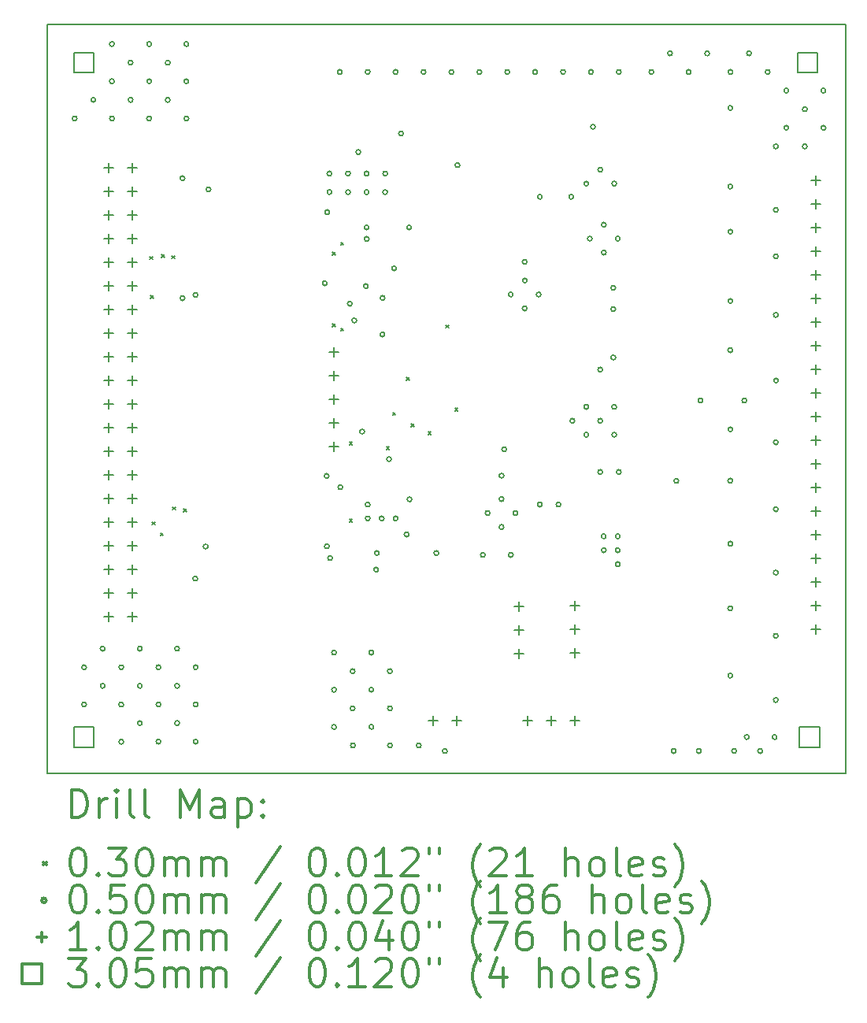
<source format=gbr>
%FSLAX45Y45*%
G04 Gerber Fmt 4.5, Leading zero omitted, Abs format (unit mm)*
G04 Created by KiCad (PCBNEW 4.0.2-stable) date 30/10/2016 11:04:42*
%MOMM*%
G01*
G04 APERTURE LIST*
%ADD10C,0.127000*%
%ADD11C,0.150000*%
%ADD12C,0.200000*%
%ADD13C,0.300000*%
G04 APERTURE END LIST*
D10*
D11*
X-398500Y7658000D02*
X8188000Y7658000D01*
X-398500Y7658000D02*
X-398500Y-392000D01*
X8187500Y-392000D02*
X8187500Y7658000D01*
X-399000Y-392000D02*
X8187500Y-392000D01*
D12*
X705000Y5165000D02*
X735000Y5135000D01*
X735000Y5165000D02*
X705000Y5135000D01*
X715000Y4745000D02*
X745000Y4715000D01*
X745000Y4745000D02*
X715000Y4715000D01*
X733000Y2313000D02*
X763000Y2283000D01*
X763000Y2313000D02*
X733000Y2283000D01*
X823000Y2193000D02*
X853000Y2163000D01*
X853000Y2193000D02*
X823000Y2163000D01*
X835000Y5187000D02*
X865000Y5157000D01*
X865000Y5187000D02*
X835000Y5157000D01*
X946000Y5176000D02*
X976000Y5146000D01*
X976000Y5176000D02*
X946000Y5146000D01*
X953000Y2473000D02*
X983000Y2443000D01*
X983000Y2473000D02*
X953000Y2443000D01*
X1073000Y2453000D02*
X1103000Y2423000D01*
X1103000Y2453000D02*
X1073000Y2423000D01*
X2673000Y5213000D02*
X2703000Y5183000D01*
X2703000Y5213000D02*
X2673000Y5183000D01*
X2673000Y4443000D02*
X2703000Y4413000D01*
X2703000Y4443000D02*
X2673000Y4413000D01*
X2761000Y5317000D02*
X2791000Y5287000D01*
X2791000Y5317000D02*
X2761000Y5287000D01*
X2762000Y4396000D02*
X2792000Y4366000D01*
X2792000Y4396000D02*
X2762000Y4366000D01*
X2853000Y3170000D02*
X2883000Y3140000D01*
X2883000Y3170000D02*
X2853000Y3140000D01*
X2853000Y2343000D02*
X2883000Y2313000D01*
X2883000Y2343000D02*
X2853000Y2313000D01*
X3253000Y3123000D02*
X3283000Y3093000D01*
X3283000Y3123000D02*
X3253000Y3093000D01*
X3319000Y3491000D02*
X3349000Y3461000D01*
X3349000Y3491000D02*
X3319000Y3461000D01*
X3465000Y3865000D02*
X3495000Y3835000D01*
X3495000Y3865000D02*
X3465000Y3835000D01*
X3517000Y3366000D02*
X3547000Y3336000D01*
X3547000Y3366000D02*
X3517000Y3336000D01*
X3701000Y3283000D02*
X3731000Y3253000D01*
X3731000Y3283000D02*
X3701000Y3253000D01*
X3890000Y4430000D02*
X3920000Y4400000D01*
X3920000Y4430000D02*
X3890000Y4400000D01*
X3989000Y3536000D02*
X4019000Y3506000D01*
X4019000Y3536000D02*
X3989000Y3506000D01*
X-75000Y6650000D02*
G75*
G03X-75000Y6650000I-25000J0D01*
G01*
X25000Y750000D02*
G75*
G03X25000Y750000I-25000J0D01*
G01*
X25000Y350000D02*
G75*
G03X25000Y350000I-25000J0D01*
G01*
X125000Y6850000D02*
G75*
G03X125000Y6850000I-25000J0D01*
G01*
X225000Y950000D02*
G75*
G03X225000Y950000I-25000J0D01*
G01*
X225000Y550000D02*
G75*
G03X225000Y550000I-25000J0D01*
G01*
X325000Y7450000D02*
G75*
G03X325000Y7450000I-25000J0D01*
G01*
X325000Y7050000D02*
G75*
G03X325000Y7050000I-25000J0D01*
G01*
X325000Y6650000D02*
G75*
G03X325000Y6650000I-25000J0D01*
G01*
X425000Y750000D02*
G75*
G03X425000Y750000I-25000J0D01*
G01*
X425000Y350000D02*
G75*
G03X425000Y350000I-25000J0D01*
G01*
X425000Y-50000D02*
G75*
G03X425000Y-50000I-25000J0D01*
G01*
X525000Y7250000D02*
G75*
G03X525000Y7250000I-25000J0D01*
G01*
X525000Y6850000D02*
G75*
G03X525000Y6850000I-25000J0D01*
G01*
X625000Y950000D02*
G75*
G03X625000Y950000I-25000J0D01*
G01*
X625000Y550000D02*
G75*
G03X625000Y550000I-25000J0D01*
G01*
X625000Y150000D02*
G75*
G03X625000Y150000I-25000J0D01*
G01*
X725000Y7450000D02*
G75*
G03X725000Y7450000I-25000J0D01*
G01*
X725000Y7050000D02*
G75*
G03X725000Y7050000I-25000J0D01*
G01*
X725000Y6650000D02*
G75*
G03X725000Y6650000I-25000J0D01*
G01*
X825000Y750000D02*
G75*
G03X825000Y750000I-25000J0D01*
G01*
X825000Y350000D02*
G75*
G03X825000Y350000I-25000J0D01*
G01*
X825000Y-50000D02*
G75*
G03X825000Y-50000I-25000J0D01*
G01*
X925000Y7250000D02*
G75*
G03X925000Y7250000I-25000J0D01*
G01*
X925000Y6850000D02*
G75*
G03X925000Y6850000I-25000J0D01*
G01*
X1025000Y950000D02*
G75*
G03X1025000Y950000I-25000J0D01*
G01*
X1025000Y550000D02*
G75*
G03X1025000Y550000I-25000J0D01*
G01*
X1025000Y150000D02*
G75*
G03X1025000Y150000I-25000J0D01*
G01*
X1083000Y6008000D02*
G75*
G03X1083000Y6008000I-25000J0D01*
G01*
X1083000Y4718000D02*
G75*
G03X1083000Y4718000I-25000J0D01*
G01*
X1125000Y7450000D02*
G75*
G03X1125000Y7450000I-25000J0D01*
G01*
X1125000Y7050000D02*
G75*
G03X1125000Y7050000I-25000J0D01*
G01*
X1125000Y6650000D02*
G75*
G03X1125000Y6650000I-25000J0D01*
G01*
X1221000Y1704000D02*
G75*
G03X1221000Y1704000I-25000J0D01*
G01*
X1223000Y4753000D02*
G75*
G03X1223000Y4753000I-25000J0D01*
G01*
X1225000Y750000D02*
G75*
G03X1225000Y750000I-25000J0D01*
G01*
X1225000Y350000D02*
G75*
G03X1225000Y350000I-25000J0D01*
G01*
X1225000Y-50000D02*
G75*
G03X1225000Y-50000I-25000J0D01*
G01*
X1333000Y2048000D02*
G75*
G03X1333000Y2048000I-25000J0D01*
G01*
X1363000Y5888000D02*
G75*
G03X1363000Y5888000I-25000J0D01*
G01*
X2613000Y4878000D02*
G75*
G03X2613000Y4878000I-25000J0D01*
G01*
X2633000Y2808000D02*
G75*
G03X2633000Y2808000I-25000J0D01*
G01*
X2635500Y2050500D02*
G75*
G03X2635500Y2050500I-25000J0D01*
G01*
X2639500Y5642500D02*
G75*
G03X2639500Y5642500I-25000J0D01*
G01*
X2663000Y6058000D02*
G75*
G03X2663000Y6058000I-25000J0D01*
G01*
X2663000Y5858000D02*
G75*
G03X2663000Y5858000I-25000J0D01*
G01*
X2670000Y1924000D02*
G75*
G03X2670000Y1924000I-25000J0D01*
G01*
X2713000Y908000D02*
G75*
G03X2713000Y908000I-25000J0D01*
G01*
X2713000Y508000D02*
G75*
G03X2713000Y508000I-25000J0D01*
G01*
X2713000Y108000D02*
G75*
G03X2713000Y108000I-25000J0D01*
G01*
X2775000Y7150000D02*
G75*
G03X2775000Y7150000I-25000J0D01*
G01*
X2780000Y2686000D02*
G75*
G03X2780000Y2686000I-25000J0D01*
G01*
X2863000Y6058000D02*
G75*
G03X2863000Y6058000I-25000J0D01*
G01*
X2863000Y5858000D02*
G75*
G03X2863000Y5858000I-25000J0D01*
G01*
X2883000Y4658000D02*
G75*
G03X2883000Y4658000I-25000J0D01*
G01*
X2913000Y708000D02*
G75*
G03X2913000Y708000I-25000J0D01*
G01*
X2913000Y308000D02*
G75*
G03X2913000Y308000I-25000J0D01*
G01*
X2915000Y-90000D02*
G75*
G03X2915000Y-90000I-25000J0D01*
G01*
X2930000Y4479000D02*
G75*
G03X2930000Y4479000I-25000J0D01*
G01*
X2973000Y6288000D02*
G75*
G03X2973000Y6288000I-25000J0D01*
G01*
X3014000Y3284000D02*
G75*
G03X3014000Y3284000I-25000J0D01*
G01*
X3055000Y4848000D02*
G75*
G03X3055000Y4848000I-25000J0D01*
G01*
X3063000Y6058000D02*
G75*
G03X3063000Y6058000I-25000J0D01*
G01*
X3063000Y5858000D02*
G75*
G03X3063000Y5858000I-25000J0D01*
G01*
X3063000Y5478000D02*
G75*
G03X3063000Y5478000I-25000J0D01*
G01*
X3064000Y5355000D02*
G75*
G03X3064000Y5355000I-25000J0D01*
G01*
X3075000Y7150000D02*
G75*
G03X3075000Y7150000I-25000J0D01*
G01*
X3075000Y2500000D02*
G75*
G03X3075000Y2500000I-25000J0D01*
G01*
X3075000Y2350000D02*
G75*
G03X3075000Y2350000I-25000J0D01*
G01*
X3113000Y908000D02*
G75*
G03X3113000Y908000I-25000J0D01*
G01*
X3113000Y508000D02*
G75*
G03X3113000Y508000I-25000J0D01*
G01*
X3115000Y110000D02*
G75*
G03X3115000Y110000I-25000J0D01*
G01*
X3165000Y1800000D02*
G75*
G03X3165000Y1800000I-25000J0D01*
G01*
X3173000Y1978000D02*
G75*
G03X3173000Y1978000I-25000J0D01*
G01*
X3225000Y2350000D02*
G75*
G03X3225000Y2350000I-25000J0D01*
G01*
X3233000Y4328000D02*
G75*
G03X3233000Y4328000I-25000J0D01*
G01*
X3235000Y4721000D02*
G75*
G03X3235000Y4721000I-25000J0D01*
G01*
X3263000Y6058000D02*
G75*
G03X3263000Y6058000I-25000J0D01*
G01*
X3263000Y5858000D02*
G75*
G03X3263000Y5858000I-25000J0D01*
G01*
X3303000Y2988000D02*
G75*
G03X3303000Y2988000I-25000J0D01*
G01*
X3313000Y708000D02*
G75*
G03X3313000Y708000I-25000J0D01*
G01*
X3313000Y308000D02*
G75*
G03X3313000Y308000I-25000J0D01*
G01*
X3315000Y-90000D02*
G75*
G03X3315000Y-90000I-25000J0D01*
G01*
X3358000Y5038000D02*
G75*
G03X3358000Y5038000I-25000J0D01*
G01*
X3375000Y7150000D02*
G75*
G03X3375000Y7150000I-25000J0D01*
G01*
X3375000Y2350000D02*
G75*
G03X3375000Y2350000I-25000J0D01*
G01*
X3433000Y6489000D02*
G75*
G03X3433000Y6489000I-25000J0D01*
G01*
X3493000Y2178000D02*
G75*
G03X3493000Y2178000I-25000J0D01*
G01*
X3520000Y5478000D02*
G75*
G03X3520000Y5478000I-25000J0D01*
G01*
X3524000Y2555000D02*
G75*
G03X3524000Y2555000I-25000J0D01*
G01*
X3625000Y-90000D02*
G75*
G03X3625000Y-90000I-25000J0D01*
G01*
X3675000Y7150000D02*
G75*
G03X3675000Y7150000I-25000J0D01*
G01*
X3813000Y1978000D02*
G75*
G03X3813000Y1978000I-25000J0D01*
G01*
X3905000Y-150000D02*
G75*
G03X3905000Y-150000I-25000J0D01*
G01*
X3975000Y7150000D02*
G75*
G03X3975000Y7150000I-25000J0D01*
G01*
X4040000Y6149000D02*
G75*
G03X4040000Y6149000I-25000J0D01*
G01*
X4275000Y7150000D02*
G75*
G03X4275000Y7150000I-25000J0D01*
G01*
X4313000Y1958000D02*
G75*
G03X4313000Y1958000I-25000J0D01*
G01*
X4363000Y2408000D02*
G75*
G03X4363000Y2408000I-25000J0D01*
G01*
X4513000Y2810000D02*
G75*
G03X4513000Y2810000I-25000J0D01*
G01*
X4513000Y2558000D02*
G75*
G03X4513000Y2558000I-25000J0D01*
G01*
X4513000Y2258000D02*
G75*
G03X4513000Y2258000I-25000J0D01*
G01*
X4543000Y3093000D02*
G75*
G03X4543000Y3093000I-25000J0D01*
G01*
X4575000Y7150000D02*
G75*
G03X4575000Y7150000I-25000J0D01*
G01*
X4613000Y4758000D02*
G75*
G03X4613000Y4758000I-25000J0D01*
G01*
X4613000Y1958000D02*
G75*
G03X4613000Y1958000I-25000J0D01*
G01*
X4663000Y2408000D02*
G75*
G03X4663000Y2408000I-25000J0D01*
G01*
X4763000Y5108000D02*
G75*
G03X4763000Y5108000I-25000J0D01*
G01*
X4763000Y4908000D02*
G75*
G03X4763000Y4908000I-25000J0D01*
G01*
X4763000Y4608000D02*
G75*
G03X4763000Y4608000I-25000J0D01*
G01*
X4875000Y7150000D02*
G75*
G03X4875000Y7150000I-25000J0D01*
G01*
X4913000Y4758000D02*
G75*
G03X4913000Y4758000I-25000J0D01*
G01*
X4925000Y2500000D02*
G75*
G03X4925000Y2500000I-25000J0D01*
G01*
X4926000Y5808000D02*
G75*
G03X4926000Y5808000I-25000J0D01*
G01*
X5125000Y2500000D02*
G75*
G03X5125000Y2500000I-25000J0D01*
G01*
X5175000Y7150000D02*
G75*
G03X5175000Y7150000I-25000J0D01*
G01*
X5263000Y5808000D02*
G75*
G03X5263000Y5808000I-25000J0D01*
G01*
X5275000Y3400000D02*
G75*
G03X5275000Y3400000I-25000J0D01*
G01*
X5425000Y5950000D02*
G75*
G03X5425000Y5950000I-25000J0D01*
G01*
X5425000Y3550000D02*
G75*
G03X5425000Y3550000I-25000J0D01*
G01*
X5425000Y3250000D02*
G75*
G03X5425000Y3250000I-25000J0D01*
G01*
X5463000Y5358000D02*
G75*
G03X5463000Y5358000I-25000J0D01*
G01*
X5475000Y7150000D02*
G75*
G03X5475000Y7150000I-25000J0D01*
G01*
X5498000Y6561000D02*
G75*
G03X5498000Y6561000I-25000J0D01*
G01*
X5575000Y6100000D02*
G75*
G03X5575000Y6100000I-25000J0D01*
G01*
X5575000Y3950000D02*
G75*
G03X5575000Y3950000I-25000J0D01*
G01*
X5575000Y3400000D02*
G75*
G03X5575000Y3400000I-25000J0D01*
G01*
X5575000Y2850000D02*
G75*
G03X5575000Y2850000I-25000J0D01*
G01*
X5613000Y5508000D02*
G75*
G03X5613000Y5508000I-25000J0D01*
G01*
X5613000Y5208000D02*
G75*
G03X5613000Y5208000I-25000J0D01*
G01*
X5613000Y2158000D02*
G75*
G03X5613000Y2158000I-25000J0D01*
G01*
X5613000Y2008000D02*
G75*
G03X5613000Y2008000I-25000J0D01*
G01*
X5715000Y4830000D02*
G75*
G03X5715000Y4830000I-25000J0D01*
G01*
X5715000Y4600000D02*
G75*
G03X5715000Y4600000I-25000J0D01*
G01*
X5715000Y4080000D02*
G75*
G03X5715000Y4080000I-25000J0D01*
G01*
X5725000Y5950000D02*
G75*
G03X5725000Y5950000I-25000J0D01*
G01*
X5725000Y3550000D02*
G75*
G03X5725000Y3550000I-25000J0D01*
G01*
X5725000Y3250000D02*
G75*
G03X5725000Y3250000I-25000J0D01*
G01*
X5763000Y5358000D02*
G75*
G03X5763000Y5358000I-25000J0D01*
G01*
X5763000Y2158000D02*
G75*
G03X5763000Y2158000I-25000J0D01*
G01*
X5763000Y2008000D02*
G75*
G03X5763000Y2008000I-25000J0D01*
G01*
X5763000Y1858000D02*
G75*
G03X5763000Y1858000I-25000J0D01*
G01*
X5775000Y7150000D02*
G75*
G03X5775000Y7150000I-25000J0D01*
G01*
X5775000Y2850000D02*
G75*
G03X5775000Y2850000I-25000J0D01*
G01*
X6125000Y7150000D02*
G75*
G03X6125000Y7150000I-25000J0D01*
G01*
X6325000Y7350000D02*
G75*
G03X6325000Y7350000I-25000J0D01*
G01*
X6365000Y-150000D02*
G75*
G03X6365000Y-150000I-25000J0D01*
G01*
X6393000Y2754000D02*
G75*
G03X6393000Y2754000I-25000J0D01*
G01*
X6525000Y7150000D02*
G75*
G03X6525000Y7150000I-25000J0D01*
G01*
X6635000Y-150000D02*
G75*
G03X6635000Y-150000I-25000J0D01*
G01*
X6653000Y3618000D02*
G75*
G03X6653000Y3618000I-25000J0D01*
G01*
X6725000Y7350000D02*
G75*
G03X6725000Y7350000I-25000J0D01*
G01*
X6973000Y6763000D02*
G75*
G03X6973000Y6763000I-25000J0D01*
G01*
X6973000Y5918000D02*
G75*
G03X6973000Y5918000I-25000J0D01*
G01*
X6973000Y5433000D02*
G75*
G03X6973000Y5433000I-25000J0D01*
G01*
X6973000Y4688000D02*
G75*
G03X6973000Y4688000I-25000J0D01*
G01*
X6973000Y4159000D02*
G75*
G03X6973000Y4159000I-25000J0D01*
G01*
X6973000Y3308000D02*
G75*
G03X6973000Y3308000I-25000J0D01*
G01*
X6973000Y2756000D02*
G75*
G03X6973000Y2756000I-25000J0D01*
G01*
X6973000Y1384000D02*
G75*
G03X6973000Y1384000I-25000J0D01*
G01*
X6973000Y660000D02*
G75*
G03X6973000Y660000I-25000J0D01*
G01*
X6974000Y2079000D02*
G75*
G03X6974000Y2079000I-25000J0D01*
G01*
X6975000Y7150000D02*
G75*
G03X6975000Y7150000I-25000J0D01*
G01*
X7015000Y-150000D02*
G75*
G03X7015000Y-150000I-25000J0D01*
G01*
X7124000Y3618000D02*
G75*
G03X7124000Y3618000I-25000J0D01*
G01*
X7150000Y0D02*
G75*
G03X7150000Y0I-25000J0D01*
G01*
X7175000Y7350000D02*
G75*
G03X7175000Y7350000I-25000J0D01*
G01*
X7295000Y-150000D02*
G75*
G03X7295000Y-150000I-25000J0D01*
G01*
X7375000Y7150000D02*
G75*
G03X7375000Y7150000I-25000J0D01*
G01*
X7450000Y0D02*
G75*
G03X7450000Y0I-25000J0D01*
G01*
X7463000Y6350000D02*
G75*
G03X7463000Y6350000I-25000J0D01*
G01*
X7463000Y5668000D02*
G75*
G03X7463000Y5668000I-25000J0D01*
G01*
X7463000Y5168000D02*
G75*
G03X7463000Y5168000I-25000J0D01*
G01*
X7463000Y4538000D02*
G75*
G03X7463000Y4538000I-25000J0D01*
G01*
X7463000Y3168000D02*
G75*
G03X7463000Y3168000I-25000J0D01*
G01*
X7463000Y2448000D02*
G75*
G03X7463000Y2448000I-25000J0D01*
G01*
X7463000Y1768000D02*
G75*
G03X7463000Y1768000I-25000J0D01*
G01*
X7463000Y1088000D02*
G75*
G03X7463000Y1088000I-25000J0D01*
G01*
X7463000Y398000D02*
G75*
G03X7463000Y398000I-25000J0D01*
G01*
X7464000Y3833000D02*
G75*
G03X7464000Y3833000I-25000J0D01*
G01*
X7575000Y6950000D02*
G75*
G03X7575000Y6950000I-25000J0D01*
G01*
X7575000Y6550000D02*
G75*
G03X7575000Y6550000I-25000J0D01*
G01*
X7775000Y6750000D02*
G75*
G03X7775000Y6750000I-25000J0D01*
G01*
X7775000Y6350000D02*
G75*
G03X7775000Y6350000I-25000J0D01*
G01*
X7975000Y6950000D02*
G75*
G03X7975000Y6950000I-25000J0D01*
G01*
X7975000Y6550000D02*
G75*
G03X7975000Y6550000I-25000J0D01*
G01*
X268000Y6168800D02*
X268000Y6067200D01*
X217200Y6118000D02*
X318800Y6118000D01*
X268000Y5914800D02*
X268000Y5813200D01*
X217200Y5864000D02*
X318800Y5864000D01*
X268000Y5660800D02*
X268000Y5559200D01*
X217200Y5610000D02*
X318800Y5610000D01*
X268000Y5406800D02*
X268000Y5305200D01*
X217200Y5356000D02*
X318800Y5356000D01*
X268000Y5152800D02*
X268000Y5051200D01*
X217200Y5102000D02*
X318800Y5102000D01*
X268000Y4898800D02*
X268000Y4797200D01*
X217200Y4848000D02*
X318800Y4848000D01*
X268000Y4644800D02*
X268000Y4543200D01*
X217200Y4594000D02*
X318800Y4594000D01*
X268000Y4390800D02*
X268000Y4289200D01*
X217200Y4340000D02*
X318800Y4340000D01*
X268000Y4136800D02*
X268000Y4035200D01*
X217200Y4086000D02*
X318800Y4086000D01*
X268000Y3882800D02*
X268000Y3781200D01*
X217200Y3832000D02*
X318800Y3832000D01*
X268000Y3628800D02*
X268000Y3527200D01*
X217200Y3578000D02*
X318800Y3578000D01*
X268000Y3374800D02*
X268000Y3273200D01*
X217200Y3324000D02*
X318800Y3324000D01*
X268000Y3120800D02*
X268000Y3019200D01*
X217200Y3070000D02*
X318800Y3070000D01*
X268000Y2866800D02*
X268000Y2765200D01*
X217200Y2816000D02*
X318800Y2816000D01*
X268000Y2612800D02*
X268000Y2511200D01*
X217200Y2562000D02*
X318800Y2562000D01*
X268000Y2358800D02*
X268000Y2257200D01*
X217200Y2308000D02*
X318800Y2308000D01*
X268000Y2104800D02*
X268000Y2003200D01*
X217200Y2054000D02*
X318800Y2054000D01*
X268000Y1850800D02*
X268000Y1749200D01*
X217200Y1800000D02*
X318800Y1800000D01*
X268000Y1596800D02*
X268000Y1495200D01*
X217200Y1546000D02*
X318800Y1546000D01*
X268000Y1342800D02*
X268000Y1241200D01*
X217200Y1292000D02*
X318800Y1292000D01*
X522000Y6168800D02*
X522000Y6067200D01*
X471200Y6118000D02*
X572800Y6118000D01*
X522000Y5914800D02*
X522000Y5813200D01*
X471200Y5864000D02*
X572800Y5864000D01*
X522000Y5660800D02*
X522000Y5559200D01*
X471200Y5610000D02*
X572800Y5610000D01*
X522000Y5406800D02*
X522000Y5305200D01*
X471200Y5356000D02*
X572800Y5356000D01*
X522000Y5152800D02*
X522000Y5051200D01*
X471200Y5102000D02*
X572800Y5102000D01*
X522000Y4898800D02*
X522000Y4797200D01*
X471200Y4848000D02*
X572800Y4848000D01*
X522000Y4644800D02*
X522000Y4543200D01*
X471200Y4594000D02*
X572800Y4594000D01*
X522000Y4390800D02*
X522000Y4289200D01*
X471200Y4340000D02*
X572800Y4340000D01*
X522000Y4136800D02*
X522000Y4035200D01*
X471200Y4086000D02*
X572800Y4086000D01*
X522000Y3882800D02*
X522000Y3781200D01*
X471200Y3832000D02*
X572800Y3832000D01*
X522000Y3628800D02*
X522000Y3527200D01*
X471200Y3578000D02*
X572800Y3578000D01*
X522000Y3374800D02*
X522000Y3273200D01*
X471200Y3324000D02*
X572800Y3324000D01*
X522000Y3120800D02*
X522000Y3019200D01*
X471200Y3070000D02*
X572800Y3070000D01*
X522000Y2866800D02*
X522000Y2765200D01*
X471200Y2816000D02*
X572800Y2816000D01*
X522000Y2612800D02*
X522000Y2511200D01*
X471200Y2562000D02*
X572800Y2562000D01*
X522000Y2358800D02*
X522000Y2257200D01*
X471200Y2308000D02*
X572800Y2308000D01*
X522000Y2104800D02*
X522000Y2003200D01*
X471200Y2054000D02*
X572800Y2054000D01*
X522000Y1850800D02*
X522000Y1749200D01*
X471200Y1800000D02*
X572800Y1800000D01*
X522000Y1596800D02*
X522000Y1495200D01*
X471200Y1546000D02*
X572800Y1546000D01*
X522000Y1342800D02*
X522000Y1241200D01*
X471200Y1292000D02*
X572800Y1292000D01*
X2682000Y4189800D02*
X2682000Y4088200D01*
X2631200Y4139000D02*
X2732800Y4139000D01*
X2682000Y3935800D02*
X2682000Y3834200D01*
X2631200Y3885000D02*
X2732800Y3885000D01*
X2682000Y3681800D02*
X2682000Y3580200D01*
X2631200Y3631000D02*
X2732800Y3631000D01*
X2682000Y3427800D02*
X2682000Y3326200D01*
X2631200Y3377000D02*
X2732800Y3377000D01*
X2682000Y3173800D02*
X2682000Y3072200D01*
X2631200Y3123000D02*
X2732800Y3123000D01*
X3751000Y225800D02*
X3751000Y124200D01*
X3700200Y175000D02*
X3801800Y175000D01*
X4005000Y225800D02*
X4005000Y124200D01*
X3954200Y175000D02*
X4055800Y175000D01*
X4678000Y1458800D02*
X4678000Y1357200D01*
X4627200Y1408000D02*
X4728800Y1408000D01*
X4678000Y1204800D02*
X4678000Y1103200D01*
X4627200Y1154000D02*
X4728800Y1154000D01*
X4678000Y950800D02*
X4678000Y849200D01*
X4627200Y900000D02*
X4728800Y900000D01*
X4770000Y228800D02*
X4770000Y127200D01*
X4719200Y178000D02*
X4820800Y178000D01*
X5024000Y228800D02*
X5024000Y127200D01*
X4973200Y178000D02*
X5074800Y178000D01*
X5277000Y1460800D02*
X5277000Y1359200D01*
X5226200Y1410000D02*
X5327800Y1410000D01*
X5277000Y1206800D02*
X5277000Y1105200D01*
X5226200Y1156000D02*
X5327800Y1156000D01*
X5277000Y952800D02*
X5277000Y851200D01*
X5226200Y902000D02*
X5327800Y902000D01*
X5278000Y228800D02*
X5278000Y127200D01*
X5227200Y178000D02*
X5328800Y178000D01*
X7868000Y6038800D02*
X7868000Y5937200D01*
X7817200Y5988000D02*
X7918800Y5988000D01*
X7868000Y5784800D02*
X7868000Y5683200D01*
X7817200Y5734000D02*
X7918800Y5734000D01*
X7868000Y5530800D02*
X7868000Y5429200D01*
X7817200Y5480000D02*
X7918800Y5480000D01*
X7868000Y5276800D02*
X7868000Y5175200D01*
X7817200Y5226000D02*
X7918800Y5226000D01*
X7868000Y5022800D02*
X7868000Y4921200D01*
X7817200Y4972000D02*
X7918800Y4972000D01*
X7868000Y4768800D02*
X7868000Y4667200D01*
X7817200Y4718000D02*
X7918800Y4718000D01*
X7868000Y4514800D02*
X7868000Y4413200D01*
X7817200Y4464000D02*
X7918800Y4464000D01*
X7868000Y4260800D02*
X7868000Y4159200D01*
X7817200Y4210000D02*
X7918800Y4210000D01*
X7868000Y4006800D02*
X7868000Y3905200D01*
X7817200Y3956000D02*
X7918800Y3956000D01*
X7868000Y3752800D02*
X7868000Y3651200D01*
X7817200Y3702000D02*
X7918800Y3702000D01*
X7868000Y3498800D02*
X7868000Y3397200D01*
X7817200Y3448000D02*
X7918800Y3448000D01*
X7868000Y3244800D02*
X7868000Y3143200D01*
X7817200Y3194000D02*
X7918800Y3194000D01*
X7868000Y2990800D02*
X7868000Y2889200D01*
X7817200Y2940000D02*
X7918800Y2940000D01*
X7868000Y2736800D02*
X7868000Y2635200D01*
X7817200Y2686000D02*
X7918800Y2686000D01*
X7868000Y2482800D02*
X7868000Y2381200D01*
X7817200Y2432000D02*
X7918800Y2432000D01*
X7868000Y2228800D02*
X7868000Y2127200D01*
X7817200Y2178000D02*
X7918800Y2178000D01*
X7868000Y1974800D02*
X7868000Y1873200D01*
X7817200Y1924000D02*
X7918800Y1924000D01*
X7868000Y1720800D02*
X7868000Y1619200D01*
X7817200Y1670000D02*
X7918800Y1670000D01*
X7868000Y1466800D02*
X7868000Y1365200D01*
X7817200Y1416000D02*
X7918800Y1416000D01*
X7868000Y1212800D02*
X7868000Y1111200D01*
X7817200Y1162000D02*
X7918800Y1162000D01*
X107764Y7142236D02*
X107764Y7357764D01*
X-107764Y7357764D01*
X-107764Y7142236D01*
X107764Y7142236D01*
X107764Y-107764D02*
X107764Y107764D01*
X-107764Y107764D01*
X-107764Y-107764D01*
X107764Y-107764D01*
X7887764Y7142236D02*
X7887764Y7357764D01*
X7672236Y7357764D01*
X7672236Y7142236D01*
X7887764Y7142236D01*
X7907764Y-107764D02*
X7907764Y107764D01*
X7692236Y107764D01*
X7692236Y-107764D01*
X7907764Y-107764D01*
D13*
X-135072Y-865214D02*
X-135072Y-565214D01*
X-63643Y-565214D01*
X-20786Y-579500D01*
X7786Y-608072D01*
X22071Y-636643D01*
X36357Y-693786D01*
X36357Y-736643D01*
X22071Y-793786D01*
X7786Y-822357D01*
X-20786Y-850929D01*
X-63643Y-865214D01*
X-135072Y-865214D01*
X164929Y-865214D02*
X164929Y-665214D01*
X164929Y-722357D02*
X179214Y-693786D01*
X193500Y-679500D01*
X222071Y-665214D01*
X250643Y-665214D01*
X350643Y-865214D02*
X350643Y-665214D01*
X350643Y-565214D02*
X336357Y-579500D01*
X350643Y-593786D01*
X364928Y-579500D01*
X350643Y-565214D01*
X350643Y-593786D01*
X536357Y-865214D02*
X507786Y-850929D01*
X493500Y-822357D01*
X493500Y-565214D01*
X693500Y-865214D02*
X664929Y-850929D01*
X650643Y-822357D01*
X650643Y-565214D01*
X1036357Y-865214D02*
X1036357Y-565214D01*
X1136357Y-779500D01*
X1236357Y-565214D01*
X1236357Y-865214D01*
X1507786Y-865214D02*
X1507786Y-708071D01*
X1493500Y-679500D01*
X1464928Y-665214D01*
X1407786Y-665214D01*
X1379214Y-679500D01*
X1507786Y-850929D02*
X1479214Y-865214D01*
X1407786Y-865214D01*
X1379214Y-850929D01*
X1364929Y-822357D01*
X1364929Y-793786D01*
X1379214Y-765214D01*
X1407786Y-750929D01*
X1479214Y-750929D01*
X1507786Y-736643D01*
X1650643Y-665214D02*
X1650643Y-965214D01*
X1650643Y-679500D02*
X1679214Y-665214D01*
X1736357Y-665214D01*
X1764928Y-679500D01*
X1779214Y-693786D01*
X1793500Y-722357D01*
X1793500Y-808071D01*
X1779214Y-836643D01*
X1764928Y-850929D01*
X1736357Y-865214D01*
X1679214Y-865214D01*
X1650643Y-850929D01*
X1922071Y-836643D02*
X1936357Y-850929D01*
X1922071Y-865214D01*
X1907786Y-850929D01*
X1922071Y-836643D01*
X1922071Y-865214D01*
X1922071Y-679500D02*
X1936357Y-693786D01*
X1922071Y-708071D01*
X1907786Y-693786D01*
X1922071Y-679500D01*
X1922071Y-708071D01*
X-436500Y-1344500D02*
X-406500Y-1374500D01*
X-406500Y-1344500D02*
X-436500Y-1374500D01*
X-77929Y-1195214D02*
X-49357Y-1195214D01*
X-20786Y-1209500D01*
X-6500Y-1223786D01*
X7786Y-1252357D01*
X22071Y-1309500D01*
X22071Y-1380929D01*
X7786Y-1438071D01*
X-6500Y-1466643D01*
X-20786Y-1480929D01*
X-49357Y-1495214D01*
X-77929Y-1495214D01*
X-106500Y-1480929D01*
X-120786Y-1466643D01*
X-135072Y-1438071D01*
X-149357Y-1380929D01*
X-149357Y-1309500D01*
X-135072Y-1252357D01*
X-120786Y-1223786D01*
X-106500Y-1209500D01*
X-77929Y-1195214D01*
X150643Y-1466643D02*
X164929Y-1480929D01*
X150643Y-1495214D01*
X136357Y-1480929D01*
X150643Y-1466643D01*
X150643Y-1495214D01*
X264928Y-1195214D02*
X450643Y-1195214D01*
X350643Y-1309500D01*
X393500Y-1309500D01*
X422071Y-1323786D01*
X436357Y-1338072D01*
X450643Y-1366643D01*
X450643Y-1438071D01*
X436357Y-1466643D01*
X422071Y-1480929D01*
X393500Y-1495214D01*
X307786Y-1495214D01*
X279214Y-1480929D01*
X264928Y-1466643D01*
X636357Y-1195214D02*
X664929Y-1195214D01*
X693500Y-1209500D01*
X707786Y-1223786D01*
X722071Y-1252357D01*
X736357Y-1309500D01*
X736357Y-1380929D01*
X722071Y-1438071D01*
X707786Y-1466643D01*
X693500Y-1480929D01*
X664929Y-1495214D01*
X636357Y-1495214D01*
X607786Y-1480929D01*
X593500Y-1466643D01*
X579214Y-1438071D01*
X564929Y-1380929D01*
X564929Y-1309500D01*
X579214Y-1252357D01*
X593500Y-1223786D01*
X607786Y-1209500D01*
X636357Y-1195214D01*
X864928Y-1495214D02*
X864928Y-1295214D01*
X864928Y-1323786D02*
X879214Y-1309500D01*
X907786Y-1295214D01*
X950643Y-1295214D01*
X979214Y-1309500D01*
X993500Y-1338072D01*
X993500Y-1495214D01*
X993500Y-1338072D02*
X1007786Y-1309500D01*
X1036357Y-1295214D01*
X1079214Y-1295214D01*
X1107786Y-1309500D01*
X1122071Y-1338072D01*
X1122071Y-1495214D01*
X1264929Y-1495214D02*
X1264929Y-1295214D01*
X1264929Y-1323786D02*
X1279214Y-1309500D01*
X1307786Y-1295214D01*
X1350643Y-1295214D01*
X1379214Y-1309500D01*
X1393500Y-1338072D01*
X1393500Y-1495214D01*
X1393500Y-1338072D02*
X1407786Y-1309500D01*
X1436357Y-1295214D01*
X1479214Y-1295214D01*
X1507786Y-1309500D01*
X1522071Y-1338072D01*
X1522071Y-1495214D01*
X2107786Y-1180929D02*
X1850643Y-1566643D01*
X2493500Y-1195214D02*
X2522071Y-1195214D01*
X2550643Y-1209500D01*
X2564928Y-1223786D01*
X2579214Y-1252357D01*
X2593500Y-1309500D01*
X2593500Y-1380929D01*
X2579214Y-1438071D01*
X2564928Y-1466643D01*
X2550643Y-1480929D01*
X2522071Y-1495214D01*
X2493500Y-1495214D01*
X2464928Y-1480929D01*
X2450643Y-1466643D01*
X2436357Y-1438071D01*
X2422071Y-1380929D01*
X2422071Y-1309500D01*
X2436357Y-1252357D01*
X2450643Y-1223786D01*
X2464928Y-1209500D01*
X2493500Y-1195214D01*
X2722071Y-1466643D02*
X2736357Y-1480929D01*
X2722071Y-1495214D01*
X2707786Y-1480929D01*
X2722071Y-1466643D01*
X2722071Y-1495214D01*
X2922071Y-1195214D02*
X2950643Y-1195214D01*
X2979214Y-1209500D01*
X2993500Y-1223786D01*
X3007785Y-1252357D01*
X3022071Y-1309500D01*
X3022071Y-1380929D01*
X3007785Y-1438071D01*
X2993500Y-1466643D01*
X2979214Y-1480929D01*
X2950643Y-1495214D01*
X2922071Y-1495214D01*
X2893500Y-1480929D01*
X2879214Y-1466643D01*
X2864928Y-1438071D01*
X2850643Y-1380929D01*
X2850643Y-1309500D01*
X2864928Y-1252357D01*
X2879214Y-1223786D01*
X2893500Y-1209500D01*
X2922071Y-1195214D01*
X3307785Y-1495214D02*
X3136357Y-1495214D01*
X3222071Y-1495214D02*
X3222071Y-1195214D01*
X3193500Y-1238072D01*
X3164928Y-1266643D01*
X3136357Y-1280929D01*
X3422071Y-1223786D02*
X3436357Y-1209500D01*
X3464928Y-1195214D01*
X3536357Y-1195214D01*
X3564928Y-1209500D01*
X3579214Y-1223786D01*
X3593500Y-1252357D01*
X3593500Y-1280929D01*
X3579214Y-1323786D01*
X3407785Y-1495214D01*
X3593500Y-1495214D01*
X3707786Y-1195214D02*
X3707786Y-1252357D01*
X3822071Y-1195214D02*
X3822071Y-1252357D01*
X4264928Y-1609500D02*
X4250643Y-1595214D01*
X4222071Y-1552357D01*
X4207786Y-1523786D01*
X4193500Y-1480929D01*
X4179214Y-1409500D01*
X4179214Y-1352357D01*
X4193500Y-1280929D01*
X4207786Y-1238072D01*
X4222071Y-1209500D01*
X4250643Y-1166643D01*
X4264928Y-1152357D01*
X4364928Y-1223786D02*
X4379214Y-1209500D01*
X4407786Y-1195214D01*
X4479214Y-1195214D01*
X4507786Y-1209500D01*
X4522071Y-1223786D01*
X4536357Y-1252357D01*
X4536357Y-1280929D01*
X4522071Y-1323786D01*
X4350643Y-1495214D01*
X4536357Y-1495214D01*
X4822071Y-1495214D02*
X4650643Y-1495214D01*
X4736357Y-1495214D02*
X4736357Y-1195214D01*
X4707786Y-1238072D01*
X4679214Y-1266643D01*
X4650643Y-1280929D01*
X5179214Y-1495214D02*
X5179214Y-1195214D01*
X5307786Y-1495214D02*
X5307786Y-1338072D01*
X5293500Y-1309500D01*
X5264928Y-1295214D01*
X5222071Y-1295214D01*
X5193500Y-1309500D01*
X5179214Y-1323786D01*
X5493500Y-1495214D02*
X5464928Y-1480929D01*
X5450643Y-1466643D01*
X5436357Y-1438071D01*
X5436357Y-1352357D01*
X5450643Y-1323786D01*
X5464928Y-1309500D01*
X5493500Y-1295214D01*
X5536357Y-1295214D01*
X5564928Y-1309500D01*
X5579214Y-1323786D01*
X5593500Y-1352357D01*
X5593500Y-1438071D01*
X5579214Y-1466643D01*
X5564928Y-1480929D01*
X5536357Y-1495214D01*
X5493500Y-1495214D01*
X5764928Y-1495214D02*
X5736357Y-1480929D01*
X5722071Y-1452357D01*
X5722071Y-1195214D01*
X5993500Y-1480929D02*
X5964928Y-1495214D01*
X5907786Y-1495214D01*
X5879214Y-1480929D01*
X5864928Y-1452357D01*
X5864928Y-1338072D01*
X5879214Y-1309500D01*
X5907786Y-1295214D01*
X5964928Y-1295214D01*
X5993500Y-1309500D01*
X6007786Y-1338072D01*
X6007786Y-1366643D01*
X5864928Y-1395214D01*
X6122071Y-1480929D02*
X6150643Y-1495214D01*
X6207786Y-1495214D01*
X6236357Y-1480929D01*
X6250643Y-1452357D01*
X6250643Y-1438071D01*
X6236357Y-1409500D01*
X6207786Y-1395214D01*
X6164928Y-1395214D01*
X6136357Y-1380929D01*
X6122071Y-1352357D01*
X6122071Y-1338072D01*
X6136357Y-1309500D01*
X6164928Y-1295214D01*
X6207786Y-1295214D01*
X6236357Y-1309500D01*
X6350643Y-1609500D02*
X6364928Y-1595214D01*
X6393500Y-1552357D01*
X6407786Y-1523786D01*
X6422071Y-1480929D01*
X6436357Y-1409500D01*
X6436357Y-1352357D01*
X6422071Y-1280929D01*
X6407786Y-1238072D01*
X6393500Y-1209500D01*
X6364928Y-1166643D01*
X6350643Y-1152357D01*
X-406500Y-1755500D02*
G75*
G03X-406500Y-1755500I-25000J0D01*
G01*
X-77929Y-1591214D02*
X-49357Y-1591214D01*
X-20786Y-1605500D01*
X-6500Y-1619786D01*
X7786Y-1648357D01*
X22071Y-1705500D01*
X22071Y-1776929D01*
X7786Y-1834071D01*
X-6500Y-1862643D01*
X-20786Y-1876929D01*
X-49357Y-1891214D01*
X-77929Y-1891214D01*
X-106500Y-1876929D01*
X-120786Y-1862643D01*
X-135072Y-1834071D01*
X-149357Y-1776929D01*
X-149357Y-1705500D01*
X-135072Y-1648357D01*
X-120786Y-1619786D01*
X-106500Y-1605500D01*
X-77929Y-1591214D01*
X150643Y-1862643D02*
X164929Y-1876929D01*
X150643Y-1891214D01*
X136357Y-1876929D01*
X150643Y-1862643D01*
X150643Y-1891214D01*
X436357Y-1591214D02*
X293500Y-1591214D01*
X279214Y-1734071D01*
X293500Y-1719786D01*
X322071Y-1705500D01*
X393500Y-1705500D01*
X422071Y-1719786D01*
X436357Y-1734071D01*
X450643Y-1762643D01*
X450643Y-1834071D01*
X436357Y-1862643D01*
X422071Y-1876929D01*
X393500Y-1891214D01*
X322071Y-1891214D01*
X293500Y-1876929D01*
X279214Y-1862643D01*
X636357Y-1591214D02*
X664929Y-1591214D01*
X693500Y-1605500D01*
X707786Y-1619786D01*
X722071Y-1648357D01*
X736357Y-1705500D01*
X736357Y-1776929D01*
X722071Y-1834071D01*
X707786Y-1862643D01*
X693500Y-1876929D01*
X664929Y-1891214D01*
X636357Y-1891214D01*
X607786Y-1876929D01*
X593500Y-1862643D01*
X579214Y-1834071D01*
X564929Y-1776929D01*
X564929Y-1705500D01*
X579214Y-1648357D01*
X593500Y-1619786D01*
X607786Y-1605500D01*
X636357Y-1591214D01*
X864928Y-1891214D02*
X864928Y-1691214D01*
X864928Y-1719786D02*
X879214Y-1705500D01*
X907786Y-1691214D01*
X950643Y-1691214D01*
X979214Y-1705500D01*
X993500Y-1734071D01*
X993500Y-1891214D01*
X993500Y-1734071D02*
X1007786Y-1705500D01*
X1036357Y-1691214D01*
X1079214Y-1691214D01*
X1107786Y-1705500D01*
X1122071Y-1734071D01*
X1122071Y-1891214D01*
X1264929Y-1891214D02*
X1264929Y-1691214D01*
X1264929Y-1719786D02*
X1279214Y-1705500D01*
X1307786Y-1691214D01*
X1350643Y-1691214D01*
X1379214Y-1705500D01*
X1393500Y-1734071D01*
X1393500Y-1891214D01*
X1393500Y-1734071D02*
X1407786Y-1705500D01*
X1436357Y-1691214D01*
X1479214Y-1691214D01*
X1507786Y-1705500D01*
X1522071Y-1734071D01*
X1522071Y-1891214D01*
X2107786Y-1576929D02*
X1850643Y-1962643D01*
X2493500Y-1591214D02*
X2522071Y-1591214D01*
X2550643Y-1605500D01*
X2564928Y-1619786D01*
X2579214Y-1648357D01*
X2593500Y-1705500D01*
X2593500Y-1776929D01*
X2579214Y-1834071D01*
X2564928Y-1862643D01*
X2550643Y-1876929D01*
X2522071Y-1891214D01*
X2493500Y-1891214D01*
X2464928Y-1876929D01*
X2450643Y-1862643D01*
X2436357Y-1834071D01*
X2422071Y-1776929D01*
X2422071Y-1705500D01*
X2436357Y-1648357D01*
X2450643Y-1619786D01*
X2464928Y-1605500D01*
X2493500Y-1591214D01*
X2722071Y-1862643D02*
X2736357Y-1876929D01*
X2722071Y-1891214D01*
X2707786Y-1876929D01*
X2722071Y-1862643D01*
X2722071Y-1891214D01*
X2922071Y-1591214D02*
X2950643Y-1591214D01*
X2979214Y-1605500D01*
X2993500Y-1619786D01*
X3007785Y-1648357D01*
X3022071Y-1705500D01*
X3022071Y-1776929D01*
X3007785Y-1834071D01*
X2993500Y-1862643D01*
X2979214Y-1876929D01*
X2950643Y-1891214D01*
X2922071Y-1891214D01*
X2893500Y-1876929D01*
X2879214Y-1862643D01*
X2864928Y-1834071D01*
X2850643Y-1776929D01*
X2850643Y-1705500D01*
X2864928Y-1648357D01*
X2879214Y-1619786D01*
X2893500Y-1605500D01*
X2922071Y-1591214D01*
X3136357Y-1619786D02*
X3150643Y-1605500D01*
X3179214Y-1591214D01*
X3250643Y-1591214D01*
X3279214Y-1605500D01*
X3293500Y-1619786D01*
X3307785Y-1648357D01*
X3307785Y-1676929D01*
X3293500Y-1719786D01*
X3122071Y-1891214D01*
X3307785Y-1891214D01*
X3493500Y-1591214D02*
X3522071Y-1591214D01*
X3550643Y-1605500D01*
X3564928Y-1619786D01*
X3579214Y-1648357D01*
X3593500Y-1705500D01*
X3593500Y-1776929D01*
X3579214Y-1834071D01*
X3564928Y-1862643D01*
X3550643Y-1876929D01*
X3522071Y-1891214D01*
X3493500Y-1891214D01*
X3464928Y-1876929D01*
X3450643Y-1862643D01*
X3436357Y-1834071D01*
X3422071Y-1776929D01*
X3422071Y-1705500D01*
X3436357Y-1648357D01*
X3450643Y-1619786D01*
X3464928Y-1605500D01*
X3493500Y-1591214D01*
X3707786Y-1591214D02*
X3707786Y-1648357D01*
X3822071Y-1591214D02*
X3822071Y-1648357D01*
X4264928Y-2005500D02*
X4250643Y-1991214D01*
X4222071Y-1948357D01*
X4207786Y-1919786D01*
X4193500Y-1876929D01*
X4179214Y-1805500D01*
X4179214Y-1748357D01*
X4193500Y-1676929D01*
X4207786Y-1634071D01*
X4222071Y-1605500D01*
X4250643Y-1562643D01*
X4264928Y-1548357D01*
X4536357Y-1891214D02*
X4364928Y-1891214D01*
X4450643Y-1891214D02*
X4450643Y-1591214D01*
X4422071Y-1634071D01*
X4393500Y-1662643D01*
X4364928Y-1676929D01*
X4707786Y-1719786D02*
X4679214Y-1705500D01*
X4664928Y-1691214D01*
X4650643Y-1662643D01*
X4650643Y-1648357D01*
X4664928Y-1619786D01*
X4679214Y-1605500D01*
X4707786Y-1591214D01*
X4764928Y-1591214D01*
X4793500Y-1605500D01*
X4807786Y-1619786D01*
X4822071Y-1648357D01*
X4822071Y-1662643D01*
X4807786Y-1691214D01*
X4793500Y-1705500D01*
X4764928Y-1719786D01*
X4707786Y-1719786D01*
X4679214Y-1734071D01*
X4664928Y-1748357D01*
X4650643Y-1776929D01*
X4650643Y-1834071D01*
X4664928Y-1862643D01*
X4679214Y-1876929D01*
X4707786Y-1891214D01*
X4764928Y-1891214D01*
X4793500Y-1876929D01*
X4807786Y-1862643D01*
X4822071Y-1834071D01*
X4822071Y-1776929D01*
X4807786Y-1748357D01*
X4793500Y-1734071D01*
X4764928Y-1719786D01*
X5079214Y-1591214D02*
X5022071Y-1591214D01*
X4993500Y-1605500D01*
X4979214Y-1619786D01*
X4950643Y-1662643D01*
X4936357Y-1719786D01*
X4936357Y-1834071D01*
X4950643Y-1862643D01*
X4964928Y-1876929D01*
X4993500Y-1891214D01*
X5050643Y-1891214D01*
X5079214Y-1876929D01*
X5093500Y-1862643D01*
X5107786Y-1834071D01*
X5107786Y-1762643D01*
X5093500Y-1734071D01*
X5079214Y-1719786D01*
X5050643Y-1705500D01*
X4993500Y-1705500D01*
X4964928Y-1719786D01*
X4950643Y-1734071D01*
X4936357Y-1762643D01*
X5464928Y-1891214D02*
X5464928Y-1591214D01*
X5593500Y-1891214D02*
X5593500Y-1734071D01*
X5579214Y-1705500D01*
X5550643Y-1691214D01*
X5507786Y-1691214D01*
X5479214Y-1705500D01*
X5464928Y-1719786D01*
X5779214Y-1891214D02*
X5750643Y-1876929D01*
X5736357Y-1862643D01*
X5722071Y-1834071D01*
X5722071Y-1748357D01*
X5736357Y-1719786D01*
X5750643Y-1705500D01*
X5779214Y-1691214D01*
X5822071Y-1691214D01*
X5850643Y-1705500D01*
X5864928Y-1719786D01*
X5879214Y-1748357D01*
X5879214Y-1834071D01*
X5864928Y-1862643D01*
X5850643Y-1876929D01*
X5822071Y-1891214D01*
X5779214Y-1891214D01*
X6050643Y-1891214D02*
X6022071Y-1876929D01*
X6007786Y-1848357D01*
X6007786Y-1591214D01*
X6279214Y-1876929D02*
X6250643Y-1891214D01*
X6193500Y-1891214D01*
X6164928Y-1876929D01*
X6150643Y-1848357D01*
X6150643Y-1734071D01*
X6164928Y-1705500D01*
X6193500Y-1691214D01*
X6250643Y-1691214D01*
X6279214Y-1705500D01*
X6293500Y-1734071D01*
X6293500Y-1762643D01*
X6150643Y-1791214D01*
X6407786Y-1876929D02*
X6436357Y-1891214D01*
X6493500Y-1891214D01*
X6522071Y-1876929D01*
X6536357Y-1848357D01*
X6536357Y-1834071D01*
X6522071Y-1805500D01*
X6493500Y-1791214D01*
X6450643Y-1791214D01*
X6422071Y-1776929D01*
X6407786Y-1748357D01*
X6407786Y-1734071D01*
X6422071Y-1705500D01*
X6450643Y-1691214D01*
X6493500Y-1691214D01*
X6522071Y-1705500D01*
X6636357Y-2005500D02*
X6650643Y-1991214D01*
X6679214Y-1948357D01*
X6693500Y-1919786D01*
X6707786Y-1876929D01*
X6722071Y-1805500D01*
X6722071Y-1748357D01*
X6707786Y-1676929D01*
X6693500Y-1634071D01*
X6679214Y-1605500D01*
X6650643Y-1562643D01*
X6636357Y-1548357D01*
X-457300Y-2100700D02*
X-457300Y-2202300D01*
X-508100Y-2151500D02*
X-406500Y-2151500D01*
X22071Y-2287214D02*
X-149357Y-2287214D01*
X-63643Y-2287214D02*
X-63643Y-1987214D01*
X-92214Y-2030071D01*
X-120786Y-2058643D01*
X-149357Y-2072929D01*
X150643Y-2258643D02*
X164929Y-2272929D01*
X150643Y-2287214D01*
X136357Y-2272929D01*
X150643Y-2258643D01*
X150643Y-2287214D01*
X350643Y-1987214D02*
X379214Y-1987214D01*
X407786Y-2001500D01*
X422071Y-2015786D01*
X436357Y-2044357D01*
X450643Y-2101500D01*
X450643Y-2172929D01*
X436357Y-2230072D01*
X422071Y-2258643D01*
X407786Y-2272929D01*
X379214Y-2287214D01*
X350643Y-2287214D01*
X322071Y-2272929D01*
X307786Y-2258643D01*
X293500Y-2230072D01*
X279214Y-2172929D01*
X279214Y-2101500D01*
X293500Y-2044357D01*
X307786Y-2015786D01*
X322071Y-2001500D01*
X350643Y-1987214D01*
X564929Y-2015786D02*
X579214Y-2001500D01*
X607786Y-1987214D01*
X679214Y-1987214D01*
X707786Y-2001500D01*
X722071Y-2015786D01*
X736357Y-2044357D01*
X736357Y-2072929D01*
X722071Y-2115786D01*
X550643Y-2287214D01*
X736357Y-2287214D01*
X864928Y-2287214D02*
X864928Y-2087214D01*
X864928Y-2115786D02*
X879214Y-2101500D01*
X907786Y-2087214D01*
X950643Y-2087214D01*
X979214Y-2101500D01*
X993500Y-2130072D01*
X993500Y-2287214D01*
X993500Y-2130072D02*
X1007786Y-2101500D01*
X1036357Y-2087214D01*
X1079214Y-2087214D01*
X1107786Y-2101500D01*
X1122071Y-2130072D01*
X1122071Y-2287214D01*
X1264929Y-2287214D02*
X1264929Y-2087214D01*
X1264929Y-2115786D02*
X1279214Y-2101500D01*
X1307786Y-2087214D01*
X1350643Y-2087214D01*
X1379214Y-2101500D01*
X1393500Y-2130072D01*
X1393500Y-2287214D01*
X1393500Y-2130072D02*
X1407786Y-2101500D01*
X1436357Y-2087214D01*
X1479214Y-2087214D01*
X1507786Y-2101500D01*
X1522071Y-2130072D01*
X1522071Y-2287214D01*
X2107786Y-1972929D02*
X1850643Y-2358643D01*
X2493500Y-1987214D02*
X2522071Y-1987214D01*
X2550643Y-2001500D01*
X2564928Y-2015786D01*
X2579214Y-2044357D01*
X2593500Y-2101500D01*
X2593500Y-2172929D01*
X2579214Y-2230072D01*
X2564928Y-2258643D01*
X2550643Y-2272929D01*
X2522071Y-2287214D01*
X2493500Y-2287214D01*
X2464928Y-2272929D01*
X2450643Y-2258643D01*
X2436357Y-2230072D01*
X2422071Y-2172929D01*
X2422071Y-2101500D01*
X2436357Y-2044357D01*
X2450643Y-2015786D01*
X2464928Y-2001500D01*
X2493500Y-1987214D01*
X2722071Y-2258643D02*
X2736357Y-2272929D01*
X2722071Y-2287214D01*
X2707786Y-2272929D01*
X2722071Y-2258643D01*
X2722071Y-2287214D01*
X2922071Y-1987214D02*
X2950643Y-1987214D01*
X2979214Y-2001500D01*
X2993500Y-2015786D01*
X3007785Y-2044357D01*
X3022071Y-2101500D01*
X3022071Y-2172929D01*
X3007785Y-2230072D01*
X2993500Y-2258643D01*
X2979214Y-2272929D01*
X2950643Y-2287214D01*
X2922071Y-2287214D01*
X2893500Y-2272929D01*
X2879214Y-2258643D01*
X2864928Y-2230072D01*
X2850643Y-2172929D01*
X2850643Y-2101500D01*
X2864928Y-2044357D01*
X2879214Y-2015786D01*
X2893500Y-2001500D01*
X2922071Y-1987214D01*
X3279214Y-2087214D02*
X3279214Y-2287214D01*
X3207785Y-1972929D02*
X3136357Y-2187214D01*
X3322071Y-2187214D01*
X3493500Y-1987214D02*
X3522071Y-1987214D01*
X3550643Y-2001500D01*
X3564928Y-2015786D01*
X3579214Y-2044357D01*
X3593500Y-2101500D01*
X3593500Y-2172929D01*
X3579214Y-2230072D01*
X3564928Y-2258643D01*
X3550643Y-2272929D01*
X3522071Y-2287214D01*
X3493500Y-2287214D01*
X3464928Y-2272929D01*
X3450643Y-2258643D01*
X3436357Y-2230072D01*
X3422071Y-2172929D01*
X3422071Y-2101500D01*
X3436357Y-2044357D01*
X3450643Y-2015786D01*
X3464928Y-2001500D01*
X3493500Y-1987214D01*
X3707786Y-1987214D02*
X3707786Y-2044357D01*
X3822071Y-1987214D02*
X3822071Y-2044357D01*
X4264928Y-2401500D02*
X4250643Y-2387214D01*
X4222071Y-2344357D01*
X4207786Y-2315786D01*
X4193500Y-2272929D01*
X4179214Y-2201500D01*
X4179214Y-2144357D01*
X4193500Y-2072929D01*
X4207786Y-2030071D01*
X4222071Y-2001500D01*
X4250643Y-1958643D01*
X4264928Y-1944357D01*
X4350643Y-1987214D02*
X4550643Y-1987214D01*
X4422071Y-2287214D01*
X4793500Y-1987214D02*
X4736357Y-1987214D01*
X4707786Y-2001500D01*
X4693500Y-2015786D01*
X4664928Y-2058643D01*
X4650643Y-2115786D01*
X4650643Y-2230072D01*
X4664928Y-2258643D01*
X4679214Y-2272929D01*
X4707786Y-2287214D01*
X4764928Y-2287214D01*
X4793500Y-2272929D01*
X4807786Y-2258643D01*
X4822071Y-2230072D01*
X4822071Y-2158643D01*
X4807786Y-2130072D01*
X4793500Y-2115786D01*
X4764928Y-2101500D01*
X4707786Y-2101500D01*
X4679214Y-2115786D01*
X4664928Y-2130072D01*
X4650643Y-2158643D01*
X5179214Y-2287214D02*
X5179214Y-1987214D01*
X5307786Y-2287214D02*
X5307786Y-2130072D01*
X5293500Y-2101500D01*
X5264928Y-2087214D01*
X5222071Y-2087214D01*
X5193500Y-2101500D01*
X5179214Y-2115786D01*
X5493500Y-2287214D02*
X5464928Y-2272929D01*
X5450643Y-2258643D01*
X5436357Y-2230072D01*
X5436357Y-2144357D01*
X5450643Y-2115786D01*
X5464928Y-2101500D01*
X5493500Y-2087214D01*
X5536357Y-2087214D01*
X5564928Y-2101500D01*
X5579214Y-2115786D01*
X5593500Y-2144357D01*
X5593500Y-2230072D01*
X5579214Y-2258643D01*
X5564928Y-2272929D01*
X5536357Y-2287214D01*
X5493500Y-2287214D01*
X5764928Y-2287214D02*
X5736357Y-2272929D01*
X5722071Y-2244357D01*
X5722071Y-1987214D01*
X5993500Y-2272929D02*
X5964928Y-2287214D01*
X5907786Y-2287214D01*
X5879214Y-2272929D01*
X5864928Y-2244357D01*
X5864928Y-2130072D01*
X5879214Y-2101500D01*
X5907786Y-2087214D01*
X5964928Y-2087214D01*
X5993500Y-2101500D01*
X6007786Y-2130072D01*
X6007786Y-2158643D01*
X5864928Y-2187214D01*
X6122071Y-2272929D02*
X6150643Y-2287214D01*
X6207786Y-2287214D01*
X6236357Y-2272929D01*
X6250643Y-2244357D01*
X6250643Y-2230072D01*
X6236357Y-2201500D01*
X6207786Y-2187214D01*
X6164928Y-2187214D01*
X6136357Y-2172929D01*
X6122071Y-2144357D01*
X6122071Y-2130072D01*
X6136357Y-2101500D01*
X6164928Y-2087214D01*
X6207786Y-2087214D01*
X6236357Y-2101500D01*
X6350643Y-2401500D02*
X6364928Y-2387214D01*
X6393500Y-2344357D01*
X6407786Y-2315786D01*
X6422071Y-2272929D01*
X6436357Y-2201500D01*
X6436357Y-2144357D01*
X6422071Y-2072929D01*
X6407786Y-2030071D01*
X6393500Y-2001500D01*
X6364928Y-1958643D01*
X6350643Y-1944357D01*
X-451136Y-2655264D02*
X-451136Y-2439736D01*
X-666664Y-2439736D01*
X-666664Y-2655264D01*
X-451136Y-2655264D01*
X-163643Y-2383214D02*
X22071Y-2383214D01*
X-77929Y-2497500D01*
X-35072Y-2497500D01*
X-6500Y-2511786D01*
X7786Y-2526072D01*
X22071Y-2554643D01*
X22071Y-2626072D01*
X7786Y-2654643D01*
X-6500Y-2668929D01*
X-35072Y-2683214D01*
X-120786Y-2683214D01*
X-149357Y-2668929D01*
X-163643Y-2654643D01*
X150643Y-2654643D02*
X164929Y-2668929D01*
X150643Y-2683214D01*
X136357Y-2668929D01*
X150643Y-2654643D01*
X150643Y-2683214D01*
X350643Y-2383214D02*
X379214Y-2383214D01*
X407786Y-2397500D01*
X422071Y-2411786D01*
X436357Y-2440357D01*
X450643Y-2497500D01*
X450643Y-2568929D01*
X436357Y-2626072D01*
X422071Y-2654643D01*
X407786Y-2668929D01*
X379214Y-2683214D01*
X350643Y-2683214D01*
X322071Y-2668929D01*
X307786Y-2654643D01*
X293500Y-2626072D01*
X279214Y-2568929D01*
X279214Y-2497500D01*
X293500Y-2440357D01*
X307786Y-2411786D01*
X322071Y-2397500D01*
X350643Y-2383214D01*
X722071Y-2383214D02*
X579214Y-2383214D01*
X564929Y-2526072D01*
X579214Y-2511786D01*
X607786Y-2497500D01*
X679214Y-2497500D01*
X707786Y-2511786D01*
X722071Y-2526072D01*
X736357Y-2554643D01*
X736357Y-2626072D01*
X722071Y-2654643D01*
X707786Y-2668929D01*
X679214Y-2683214D01*
X607786Y-2683214D01*
X579214Y-2668929D01*
X564929Y-2654643D01*
X864928Y-2683214D02*
X864928Y-2483214D01*
X864928Y-2511786D02*
X879214Y-2497500D01*
X907786Y-2483214D01*
X950643Y-2483214D01*
X979214Y-2497500D01*
X993500Y-2526072D01*
X993500Y-2683214D01*
X993500Y-2526072D02*
X1007786Y-2497500D01*
X1036357Y-2483214D01*
X1079214Y-2483214D01*
X1107786Y-2497500D01*
X1122071Y-2526072D01*
X1122071Y-2683214D01*
X1264929Y-2683214D02*
X1264929Y-2483214D01*
X1264929Y-2511786D02*
X1279214Y-2497500D01*
X1307786Y-2483214D01*
X1350643Y-2483214D01*
X1379214Y-2497500D01*
X1393500Y-2526072D01*
X1393500Y-2683214D01*
X1393500Y-2526072D02*
X1407786Y-2497500D01*
X1436357Y-2483214D01*
X1479214Y-2483214D01*
X1507786Y-2497500D01*
X1522071Y-2526072D01*
X1522071Y-2683214D01*
X2107786Y-2368929D02*
X1850643Y-2754643D01*
X2493500Y-2383214D02*
X2522071Y-2383214D01*
X2550643Y-2397500D01*
X2564928Y-2411786D01*
X2579214Y-2440357D01*
X2593500Y-2497500D01*
X2593500Y-2568929D01*
X2579214Y-2626072D01*
X2564928Y-2654643D01*
X2550643Y-2668929D01*
X2522071Y-2683214D01*
X2493500Y-2683214D01*
X2464928Y-2668929D01*
X2450643Y-2654643D01*
X2436357Y-2626072D01*
X2422071Y-2568929D01*
X2422071Y-2497500D01*
X2436357Y-2440357D01*
X2450643Y-2411786D01*
X2464928Y-2397500D01*
X2493500Y-2383214D01*
X2722071Y-2654643D02*
X2736357Y-2668929D01*
X2722071Y-2683214D01*
X2707786Y-2668929D01*
X2722071Y-2654643D01*
X2722071Y-2683214D01*
X3022071Y-2683214D02*
X2850643Y-2683214D01*
X2936357Y-2683214D02*
X2936357Y-2383214D01*
X2907785Y-2426072D01*
X2879214Y-2454643D01*
X2850643Y-2468929D01*
X3136357Y-2411786D02*
X3150643Y-2397500D01*
X3179214Y-2383214D01*
X3250643Y-2383214D01*
X3279214Y-2397500D01*
X3293500Y-2411786D01*
X3307785Y-2440357D01*
X3307785Y-2468929D01*
X3293500Y-2511786D01*
X3122071Y-2683214D01*
X3307785Y-2683214D01*
X3493500Y-2383214D02*
X3522071Y-2383214D01*
X3550643Y-2397500D01*
X3564928Y-2411786D01*
X3579214Y-2440357D01*
X3593500Y-2497500D01*
X3593500Y-2568929D01*
X3579214Y-2626072D01*
X3564928Y-2654643D01*
X3550643Y-2668929D01*
X3522071Y-2683214D01*
X3493500Y-2683214D01*
X3464928Y-2668929D01*
X3450643Y-2654643D01*
X3436357Y-2626072D01*
X3422071Y-2568929D01*
X3422071Y-2497500D01*
X3436357Y-2440357D01*
X3450643Y-2411786D01*
X3464928Y-2397500D01*
X3493500Y-2383214D01*
X3707786Y-2383214D02*
X3707786Y-2440357D01*
X3822071Y-2383214D02*
X3822071Y-2440357D01*
X4264928Y-2797500D02*
X4250643Y-2783214D01*
X4222071Y-2740357D01*
X4207786Y-2711786D01*
X4193500Y-2668929D01*
X4179214Y-2597500D01*
X4179214Y-2540357D01*
X4193500Y-2468929D01*
X4207786Y-2426072D01*
X4222071Y-2397500D01*
X4250643Y-2354643D01*
X4264928Y-2340357D01*
X4507786Y-2483214D02*
X4507786Y-2683214D01*
X4436357Y-2368929D02*
X4364928Y-2583214D01*
X4550643Y-2583214D01*
X4893500Y-2683214D02*
X4893500Y-2383214D01*
X5022071Y-2683214D02*
X5022071Y-2526072D01*
X5007786Y-2497500D01*
X4979214Y-2483214D01*
X4936357Y-2483214D01*
X4907786Y-2497500D01*
X4893500Y-2511786D01*
X5207786Y-2683214D02*
X5179214Y-2668929D01*
X5164928Y-2654643D01*
X5150643Y-2626072D01*
X5150643Y-2540357D01*
X5164928Y-2511786D01*
X5179214Y-2497500D01*
X5207786Y-2483214D01*
X5250643Y-2483214D01*
X5279214Y-2497500D01*
X5293500Y-2511786D01*
X5307786Y-2540357D01*
X5307786Y-2626072D01*
X5293500Y-2654643D01*
X5279214Y-2668929D01*
X5250643Y-2683214D01*
X5207786Y-2683214D01*
X5479214Y-2683214D02*
X5450643Y-2668929D01*
X5436357Y-2640357D01*
X5436357Y-2383214D01*
X5707786Y-2668929D02*
X5679214Y-2683214D01*
X5622071Y-2683214D01*
X5593500Y-2668929D01*
X5579214Y-2640357D01*
X5579214Y-2526072D01*
X5593500Y-2497500D01*
X5622071Y-2483214D01*
X5679214Y-2483214D01*
X5707786Y-2497500D01*
X5722071Y-2526072D01*
X5722071Y-2554643D01*
X5579214Y-2583214D01*
X5836357Y-2668929D02*
X5864928Y-2683214D01*
X5922071Y-2683214D01*
X5950643Y-2668929D01*
X5964928Y-2640357D01*
X5964928Y-2626072D01*
X5950643Y-2597500D01*
X5922071Y-2583214D01*
X5879214Y-2583214D01*
X5850643Y-2568929D01*
X5836357Y-2540357D01*
X5836357Y-2526072D01*
X5850643Y-2497500D01*
X5879214Y-2483214D01*
X5922071Y-2483214D01*
X5950643Y-2497500D01*
X6064928Y-2797500D02*
X6079214Y-2783214D01*
X6107786Y-2740357D01*
X6122071Y-2711786D01*
X6136357Y-2668929D01*
X6150643Y-2597500D01*
X6150643Y-2540357D01*
X6136357Y-2468929D01*
X6122071Y-2426072D01*
X6107786Y-2397500D01*
X6079214Y-2354643D01*
X6064928Y-2340357D01*
M02*

</source>
